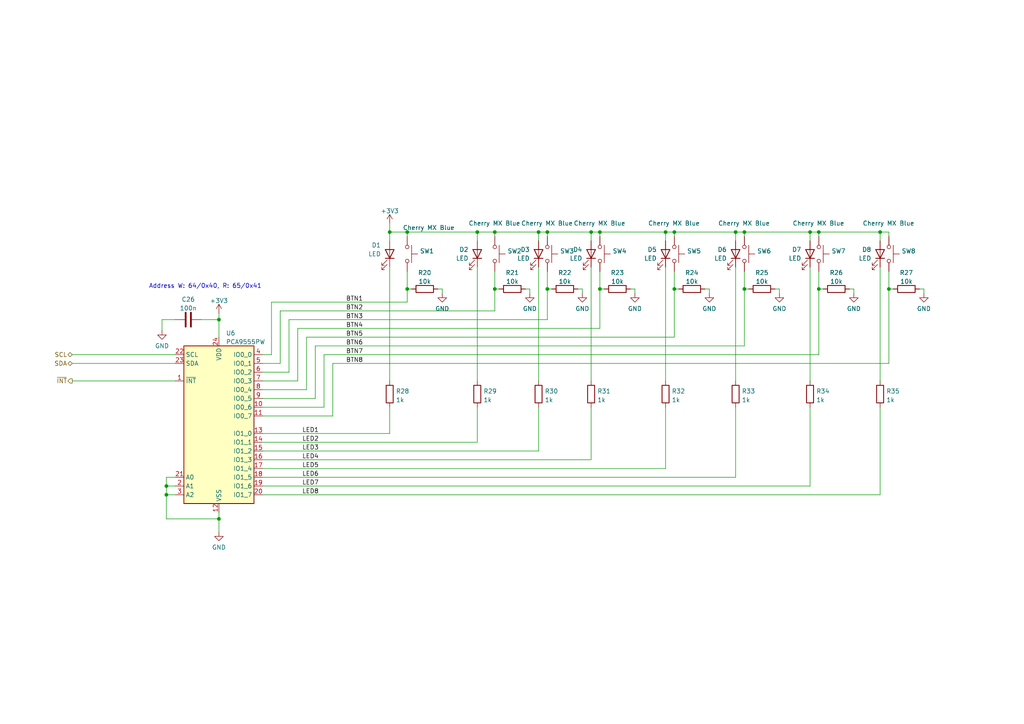
<source format=kicad_sch>
(kicad_sch (version 20211123) (generator eeschema)
  (paper "A4")
  (lib_symbols
    (symbol "Device:C" (pin_numbers hide) (pin_names (offset 0.254))
      (property "Reference" "C" (at 0.635 2.54 0))
      (property "Value" "C" (at 0.635 -2.54 0))
      (symbol "C_0_1"
        (polyline (pts (xy -2.032 -0.762) (xy 2.032 -0.762)) (stroke (width 0.508)))
        (polyline (pts (xy -2.032 0.762) (xy 2.032 0.762)) (stroke (width 0.508)))
      )
      (symbol "C_1_1"
        (pin passive line (at 0 3.81 270) (length 2.794) (name "~") (number "1"))
        (pin passive line (at 0 -3.81 90) (length 2.794) (name "~") (number "2"))
      )
    )
    (symbol "Device:LED" (pin_numbers hide) (pin_names (offset 1.016) hide)
      (property "Reference" "D" (at 0 2.54 0))
      (property "Value" "LED" (at 0 -2.54 0))
      (symbol "LED_0_1"
        (polyline (pts (xy -1.27 -1.27) (xy -1.27 1.27)) (stroke (width 0.254)))
        (polyline (pts (xy -1.27 0) (xy 1.27 0)))
        (polyline (pts (xy 1.27 -1.27) (xy 1.27 1.27) (xy -1.27 0) (xy 1.27 -1.27)) (stroke (width 0.254)))
        (polyline (pts (xy -3.048 -0.762) (xy -4.572 -2.286) (xy -3.81 -2.286) (xy -4.572 -2.286) (xy -4.572 -1.524)))
        (polyline (pts (xy -1.778 -0.762) (xy -3.302 -2.286) (xy -2.54 -2.286) (xy -3.302 -2.286) (xy -3.302 -1.524)))
      )
      (symbol "LED_1_1"
        (pin passive line (at -3.81 0 0) (length 2.54) (name "K") (number "1"))
        (pin passive line (at 3.81 0 180) (length 2.54) (name "A") (number "2"))
      )
    )
    (symbol "Device:R" (pin_numbers hide) (pin_names (offset 0))
      (property "Reference" "R" (at 2.032 0 90))
      (property "Value" "R" (at 0 0 90))
      (symbol "R_0_1"
        (rectangle (start -1.016 -2.54) (end 1.016 2.54) (stroke (width 0.254)))
      )
      (symbol "R_1_1"
        (pin passive line (at 0 3.81 270) (length 1.27) (name "~") (number "1"))
        (pin passive line (at 0 -3.81 90) (length 1.27) (name "~") (number "2"))
      )
    )
    (symbol "Interface_Expansion:PCA9555PW"
      (property "Reference" "U" (at -8.89 24.13 0))
      (property "Value" "PCA9555PW" (at 6.35 24.13 0))
      (symbol "PCA9555PW_0_1"
        (rectangle (start -10.16 22.86) (end 10.16 -22.86) (stroke (width 0.254)) (fill (type background)))
      )
      (symbol "PCA9555PW_1_1"
        (pin open_collector line (at -12.7 12.7 0) (length 2.54) (name "~{INT}") (number "1"))
        (pin bidirectional line (at 12.7 5.08 180) (length 2.54) (name "IO0_6") (number "10"))
        (pin bidirectional line (at 12.7 2.54 180) (length 2.54) (name "IO0_7") (number "11"))
        (pin power_in line (at 0 -25.4 90) (length 2.54) (name "VSS") (number "12"))
        (pin bidirectional line (at 12.7 -2.54 180) (length 2.54) (name "IO1_0") (number "13"))
        (pin bidirectional line (at 12.7 -5.08 180) (length 2.54) (name "IO1_1") (number "14"))
        (pin bidirectional line (at 12.7 -7.62 180) (length 2.54) (name "IO1_2") (number "15"))
        (pin bidirectional line (at 12.7 -10.16 180) (length 2.54) (name "IO1_3") (number "16"))
        (pin bidirectional line (at 12.7 -12.7 180) (length 2.54) (name "IO1_4") (number "17"))
        (pin bidirectional line (at 12.7 -15.24 180) (length 2.54) (name "IO1_5") (number "18"))
        (pin bidirectional line (at 12.7 -17.78 180) (length 2.54) (name "IO1_6") (number "19"))
        (pin input line (at -12.7 -17.78 0) (length 2.54) (name "A1") (number "2"))
        (pin bidirectional line (at 12.7 -20.32 180) (length 2.54) (name "IO1_7") (number "20"))
        (pin input line (at -12.7 -15.24 0) (length 2.54) (name "A0") (number "21"))
        (pin input line (at -12.7 20.32 0) (length 2.54) (name "SCL") (number "22"))
        (pin bidirectional line (at -12.7 17.78 0) (length 2.54) (name "SDA") (number "23"))
        (pin power_in line (at 0 25.4 270) (length 2.54) (name "VDD") (number "24"))
        (pin input line (at -12.7 -20.32 0) (length 2.54) (name "A2") (number "3"))
        (pin bidirectional line (at 12.7 20.32 180) (length 2.54) (name "IO0_0") (number "4"))
        (pin bidirectional line (at 12.7 17.78 180) (length 2.54) (name "IO0_1") (number "5"))
        (pin bidirectional line (at 12.7 15.24 180) (length 2.54) (name "IO0_2") (number "6"))
        (pin bidirectional line (at 12.7 12.7 180) (length 2.54) (name "IO0_3") (number "7"))
        (pin bidirectional line (at 12.7 10.16 180) (length 2.54) (name "IO0_4") (number "8"))
        (pin bidirectional line (at 12.7 7.62 180) (length 2.54) (name "IO0_5") (number "9"))
      )
    )
    (symbol "Switch:SW_Push" (pin_numbers hide) (pin_names (offset 1.016) hide)
      (property "Reference" "SW" (at 1.27 2.54 0))
      (property "Value" "SW_Push" (at 0 -1.524 0))
      (symbol "SW_Push_0_1"
        (circle (center -2.032 0) (radius 0.508))
        (polyline (pts (xy 0 1.27) (xy 0 3.048)))
        (polyline (pts (xy 2.54 1.27) (xy -2.54 1.27)))
        (circle (center 2.032 0) (radius 0.508))
        (pin passive line (at -5.08 0 0) (length 2.54) (name "1") (number "1"))
        (pin passive line (at 5.08 0 180) (length 2.54) (name "2") (number "2"))
      )
    )
    (symbol "power:+3V3" (power) (pin_names (offset 0))
      (property "Value" "+3V3" (at 0 3.556 0))
      (symbol "+3V3_0_1"
        (polyline (pts (xy -0.762 1.27) (xy 0 2.54)))
        (polyline (pts (xy 0 0) (xy 0 2.54)))
        (polyline (pts (xy 0 2.54) (xy 0.762 1.27)))
      )
      (symbol "+3V3_1_1"
        (pin power_in line (at 0 0 90) (length 0) hide (name "+3V3") (number "1"))
      )
    )
    (symbol "power:GND" (power) (pin_names (offset 0))
      (property "Value" "GND" (at 0 -3.81 0))
      (symbol "GND_0_1"
        (polyline (pts (xy 0 0) (xy 0 -1.27) (xy 1.27 -1.27) (xy 0 -2.54) (xy -1.27 -1.27) (xy 0 -1.27)))
      )
      (symbol "GND_1_1"
        (pin power_in line (at 0 0 270) (length 0) hide (name "GND") (number "1"))
      )
    )
  )
  (junction (at 255.27 67.31))
  (junction (at 156.21 67.31))
  (junction (at 195.58 83.82))
  (junction (at 193.04 67.31))
  (junction (at 48.26 143.51))
  (junction (at 143.51 83.82))
  (junction (at 143.51 67.31))
  (junction (at 118.11 83.82))
  (junction (at 237.49 67.31))
  (junction (at 257.81 83.82))
  (junction (at 158.75 67.31))
  (junction (at 63.5 92.71))
  (junction (at 171.45 67.31))
  (junction (at 118.11 67.31))
  (junction (at 215.9 67.31))
  (junction (at 173.99 83.82))
  (junction (at 195.58 67.31))
  (junction (at 234.95 67.31))
  (junction (at 213.36 67.31))
  (junction (at 158.75 83.82))
  (junction (at 173.99 67.31))
  (junction (at 215.9 83.82))
  (junction (at 113.03 67.31))
  (junction (at 63.5 150.495))
  (junction (at 237.49 83.82))
  (junction (at 48.26 140.97))
  (junction (at 138.43 67.31))
  (wire (pts (xy 215.9 100.33) (xy 215.9 83.82)))
  (wire (pts (xy 234.95 67.31) (xy 237.49 67.31)))
  (wire (pts (xy 86.36 95.25) (xy 173.99 95.25)))
  (wire (pts (xy 138.43 128.27) (xy 138.43 118.11)))
  (wire (pts (xy 171.45 67.31) (xy 173.99 67.31)))
  (wire (pts (xy 143.51 83.82) (xy 144.78 83.82)))
  (wire (pts (xy 226.06 83.82) (xy 226.06 85.09)))
  (wire (pts (xy 193.04 135.89) (xy 193.04 118.11)))
  (wire (pts (xy 118.11 87.63) (xy 118.11 83.82)))
  (wire (pts (xy 215.9 67.31) (xy 234.95 67.31)))
  (wire (pts (xy 76.2 138.43) (xy 213.36 138.43)))
  (wire (pts (xy 96.52 105.41) (xy 257.81 105.41)))
  (wire (pts (xy 20.955 102.87) (xy 50.8 102.87)))
  (wire (pts (xy 237.49 102.87) (xy 237.49 83.82)))
  (wire (pts (xy 50.8 138.43) (xy 48.26 138.43)))
  (wire (pts (xy 173.99 83.82) (xy 175.26 83.82)))
  (wire (pts (xy 173.99 68.58) (xy 173.99 67.31)))
  (wire (pts (xy 156.21 67.31) (xy 156.21 69.85)))
  (wire (pts (xy 158.75 78.74) (xy 158.75 83.82)))
  (wire (pts (xy 76.2 133.35) (xy 171.45 133.35)))
  (wire (pts (xy 182.88 83.82) (xy 184.15 83.82)))
  (wire (pts (xy 63.5 150.495) (xy 63.5 148.59)))
  (wire (pts (xy 257.81 68.58) (xy 257.81 67.31)))
  (wire (pts (xy 20.955 110.49) (xy 50.8 110.49)))
  (wire (pts (xy 237.49 83.82) (xy 238.76 83.82)))
  (wire (pts (xy 213.36 138.43) (xy 213.36 118.11)))
  (wire (pts (xy 193.04 67.31) (xy 193.04 69.85)))
  (wire (pts (xy 158.75 92.71) (xy 158.75 83.82)))
  (wire (pts (xy 138.43 77.47) (xy 138.43 110.49)))
  (wire (pts (xy 118.11 83.82) (xy 119.38 83.82)))
  (wire (pts (xy 193.04 77.47) (xy 193.04 110.49)))
  (wire (pts (xy 76.2 115.57) (xy 91.44 115.57)))
  (wire (pts (xy 83.82 92.71) (xy 158.75 92.71)))
  (wire (pts (xy 213.36 77.47) (xy 213.36 110.49)))
  (wire (pts (xy 153.67 83.82) (xy 153.67 85.09)))
  (wire (pts (xy 138.43 67.31) (xy 143.51 67.31)))
  (wire (pts (xy 48.26 143.51) (xy 50.8 143.51)))
  (wire (pts (xy 78.74 87.63) (xy 118.11 87.63)))
  (wire (pts (xy 63.5 150.495) (xy 63.5 154.305)))
  (wire (pts (xy 76.2 102.87) (xy 78.74 102.87)))
  (wire (pts (xy 96.52 120.65) (xy 76.2 120.65)))
  (wire (pts (xy 48.26 138.43) (xy 48.26 140.97)))
  (wire (pts (xy 76.2 113.03) (xy 88.9 113.03)))
  (wire (pts (xy 184.15 83.82) (xy 184.15 85.09)))
  (wire (pts (xy 113.03 67.31) (xy 118.11 67.31)))
  (wire (pts (xy 46.99 92.71) (xy 46.99 95.885)))
  (wire (pts (xy 76.2 118.11) (xy 93.98 118.11)))
  (wire (pts (xy 257.81 78.74) (xy 257.81 83.82)))
  (wire (pts (xy 247.65 83.82) (xy 247.65 85.09)))
  (wire (pts (xy 93.98 102.87) (xy 237.49 102.87)))
  (wire (pts (xy 58.42 92.71) (xy 63.5 92.71)))
  (wire (pts (xy 113.03 64.77) (xy 113.03 67.31)))
  (wire (pts (xy 76.2 125.73) (xy 113.03 125.73)))
  (wire (pts (xy 195.58 78.74) (xy 195.58 83.82)))
  (wire (pts (xy 76.2 130.81) (xy 156.21 130.81)))
  (wire (pts (xy 91.44 115.57) (xy 91.44 100.33)))
  (wire (pts (xy 88.9 97.79) (xy 195.58 97.79)))
  (wire (pts (xy 168.91 83.82) (xy 168.91 85.09)))
  (wire (pts (xy 234.95 118.11) (xy 234.95 140.97)))
  (wire (pts (xy 237.49 68.58) (xy 237.49 67.31)))
  (wire (pts (xy 195.58 67.31) (xy 213.36 67.31)))
  (wire (pts (xy 91.44 100.33) (xy 215.9 100.33)))
  (wire (pts (xy 204.47 83.82) (xy 205.74 83.82)))
  (wire (pts (xy 143.51 78.74) (xy 143.51 83.82)))
  (wire (pts (xy 76.2 128.27) (xy 138.43 128.27)))
  (wire (pts (xy 138.43 67.31) (xy 138.43 69.85)))
  (wire (pts (xy 76.2 135.89) (xy 193.04 135.89)))
  (wire (pts (xy 143.51 67.31) (xy 156.21 67.31)))
  (wire (pts (xy 195.58 97.79) (xy 195.58 83.82)))
  (wire (pts (xy 81.28 90.17) (xy 81.28 105.41)))
  (wire (pts (xy 257.81 83.82) (xy 259.08 83.82)))
  (wire (pts (xy 167.64 83.82) (xy 168.91 83.82)))
  (wire (pts (xy 81.28 105.41) (xy 76.2 105.41)))
  (wire (pts (xy 195.58 83.82) (xy 196.85 83.82)))
  (wire (pts (xy 255.27 143.51) (xy 255.27 118.11)))
  (wire (pts (xy 237.49 78.74) (xy 237.49 83.82)))
  (wire (pts (xy 113.03 67.31) (xy 113.03 69.85)))
  (wire (pts (xy 48.26 143.51) (xy 48.26 150.495)))
  (wire (pts (xy 50.8 92.71) (xy 46.99 92.71)))
  (wire (pts (xy 86.36 110.49) (xy 86.36 95.25)))
  (wire (pts (xy 237.49 67.31) (xy 255.27 67.31)))
  (wire (pts (xy 257.81 105.41) (xy 257.81 83.82)))
  (wire (pts (xy 171.45 77.47) (xy 171.45 110.49)))
  (wire (pts (xy 255.27 67.31) (xy 257.81 67.31)))
  (wire (pts (xy 213.36 67.31) (xy 215.9 67.31)))
  (wire (pts (xy 156.21 67.31) (xy 158.75 67.31)))
  (wire (pts (xy 63.5 97.79) (xy 63.5 92.71)))
  (wire (pts (xy 118.11 67.31) (xy 138.43 67.31)))
  (wire (pts (xy 173.99 78.74) (xy 173.99 83.82)))
  (wire (pts (xy 76.2 110.49) (xy 86.36 110.49)))
  (wire (pts (xy 48.26 140.97) (xy 50.8 140.97)))
  (wire (pts (xy 158.75 68.58) (xy 158.75 67.31)))
  (wire (pts (xy 173.99 67.31) (xy 193.04 67.31)))
  (wire (pts (xy 193.04 67.31) (xy 195.58 67.31)))
  (wire (pts (xy 76.2 140.97) (xy 234.95 140.97)))
  (wire (pts (xy 156.21 77.47) (xy 156.21 110.49)))
  (wire (pts (xy 113.03 118.11) (xy 113.03 125.73)))
  (wire (pts (xy 81.28 90.17) (xy 143.51 90.17)))
  (wire (pts (xy 246.38 83.82) (xy 247.65 83.82)))
  (wire (pts (xy 78.74 102.87) (xy 78.74 87.63)))
  (wire (pts (xy 255.27 67.31) (xy 255.27 69.85)))
  (wire (pts (xy 118.11 67.31) (xy 118.11 68.58)))
  (wire (pts (xy 156.21 118.11) (xy 156.21 130.81)))
  (wire (pts (xy 173.99 95.25) (xy 173.99 83.82)))
  (wire (pts (xy 20.955 105.41) (xy 50.8 105.41)))
  (wire (pts (xy 63.5 92.71) (xy 63.5 90.805)))
  (wire (pts (xy 143.51 90.17) (xy 143.51 83.82)))
  (wire (pts (xy 224.79 83.82) (xy 226.06 83.82)))
  (wire (pts (xy 255.27 77.47) (xy 255.27 110.49)))
  (wire (pts (xy 127 83.82) (xy 128.27 83.82)))
  (wire (pts (xy 195.58 68.58) (xy 195.58 67.31)))
  (wire (pts (xy 234.95 77.47) (xy 234.95 110.49)))
  (wire (pts (xy 113.03 77.47) (xy 113.03 110.49)))
  (wire (pts (xy 48.26 140.97) (xy 48.26 143.51)))
  (wire (pts (xy 128.27 83.82) (xy 128.27 85.09)))
  (wire (pts (xy 215.9 68.58) (xy 215.9 67.31)))
  (wire (pts (xy 118.11 78.74) (xy 118.11 83.82)))
  (wire (pts (xy 48.26 150.495) (xy 63.5 150.495)))
  (wire (pts (xy 267.97 83.82) (xy 267.97 85.09)))
  (wire (pts (xy 96.52 105.41) (xy 96.52 120.65)))
  (wire (pts (xy 266.7 83.82) (xy 267.97 83.82)))
  (wire (pts (xy 234.95 67.31) (xy 234.95 69.85)))
  (wire (pts (xy 215.9 78.74) (xy 215.9 83.82)))
  (wire (pts (xy 93.98 118.11) (xy 93.98 102.87)))
  (wire (pts (xy 76.2 143.51) (xy 255.27 143.51)))
  (wire (pts (xy 158.75 67.31) (xy 171.45 67.31)))
  (wire (pts (xy 76.2 107.95) (xy 83.82 107.95)))
  (wire (pts (xy 83.82 107.95) (xy 83.82 92.71)))
  (wire (pts (xy 171.45 133.35) (xy 171.45 118.11)))
  (wire (pts (xy 158.75 83.82) (xy 160.02 83.82)))
  (wire (pts (xy 152.4 83.82) (xy 153.67 83.82)))
  (wire (pts (xy 143.51 67.31) (xy 143.51 68.58)))
  (wire (pts (xy 88.9 97.79) (xy 88.9 113.03)))
  (wire (pts (xy 171.45 67.31) (xy 171.45 69.85)))
  (wire (pts (xy 205.74 83.82) (xy 205.74 85.09)))
  (wire (pts (xy 213.36 67.31) (xy 213.36 69.85)))
  (wire (pts (xy 215.9 83.82) (xy 217.17 83.82)))
  (text "Address W: 64/0x40, R: 65/0x41" (at 43.18 83.82 0) (effects (font (size 1.27 1.27)) (justify left bottom)))
  (label "BTN1" (at 100.33 87.63 0))
  (label "LED1" (at 87.63 125.73 0))
  (label "BTN2" (at 100.33 90.17 0))
  (label "LED8" (at 87.63 143.51 0))
  (label "LED2" (at 87.63 128.27 0))
  (label "BTN7" (at 100.33 102.87 0))
  (label "BTN8" (at 100.33 105.41 0))
  (label "LED3" (at 87.63 130.81 0))
  (label "LED5" (at 87.63 135.89 0))
  (label "LED7" (at 87.63 140.97 0))
  (label "BTN3" (at 100.33 92.71 0))
  (label "BTN4" (at 100.33 95.25 0))
  (label "LED6" (at 87.63 138.43 0))
  (label "LED4" (at 87.63 133.35 0))
  (label "BTN6" (at 100.33 100.33 0))
  (label "BTN5" (at 100.33 97.79 0))
  (hierarchical_label "SDA" (shape bidirectional) (at 20.955 105.41 180))
  (hierarchical_label "SCL" (shape bidirectional) (at 20.955 102.87 180))
  (hierarchical_label "~{INT}" (shape output) (at 20.955 110.49 180))
  (symbol (lib_id "Switch:SW_Push") (at 158.75 73.66 270) (unit 1)
    (property "Reference" "SW3" (at 162.433 72.8253 90) (effects (justify left)))
    (property "Value" "Cherry MX Blue" (at 151.13 64.77 90) (effects (justify left)))
    (property "Footprint" "Button_Switch_Keyboard:SW_Cherry_MX_1.00u_PCB" (effects hide))
  )
  (symbol (lib_id "power:GND") (at 267.97 85.09 0) (unit 1)
    (property "Reference" "#PWR065" (effects hide))
    (property "Value" "GND" (at 267.97 89.5334 0))
  )
  (symbol (lib_id "Device:R") (at 163.83 83.82 270) (unit 1)
    (property "Reference" "R22" (at 163.83 79.1042 90))
    (property "Value" "10k" (at 163.83 81.6411 90))
    (property "Footprint" "Resistor_SMD:R_0603_1608Metric" (effects hide))
  )
  (symbol (lib_id "power:GND") (at 63.5 154.305 0) (unit 1)
    (property "Reference" "#PWR068" (effects hide))
    (property "Value" "GND" (at 63.5 158.7484 0))
  )
  (symbol (lib_id "power:GND") (at 168.91 85.09 0) (unit 1)
    (property "Reference" "#PWR060" (effects hide))
    (property "Value" "GND" (at 168.91 89.5334 0))
  )
  (symbol (lib_id "Device:R") (at 234.95 114.3 0) (unit 1)
    (property "Reference" "R34" (at 236.728 113.4653 0) (effects (justify left)))
    (property "Value" "1k" (at 236.728 116.0022 0) (effects (justify left)))
    (property "Footprint" "Resistor_SMD:R_0603_1608Metric" (effects hide))
  )
  (symbol (lib_id "Device:R") (at 113.03 114.3 0) (unit 1)
    (property "Reference" "R28" (at 114.808 113.4653 0) (effects (justify left)))
    (property "Value" "1k" (at 114.808 116.0022 0) (effects (justify left)))
    (property "Footprint" "Resistor_SMD:R_0603_1608Metric" (effects hide))
  )
  (symbol (lib_id "Device:LED") (at 171.45 73.66 270) (mirror x) (unit 1)
    (property "Reference" "D4" (at 168.91 72.39 90) (effects (justify right)))
    (property "Value" "LED" (at 168.91 74.93 90) (effects (justify right)))
    (property "Footprint" "LED_SMD:LED_0603_1608Metric" (effects hide))
  )
  (symbol (lib_id "power:GND") (at 128.27 85.09 0) (unit 1)
    (property "Reference" "#PWR058" (effects hide))
    (property "Value" "GND" (at 128.27 89.5334 0))
  )
  (symbol (lib_id "Device:R") (at 179.07 83.82 270) (unit 1)
    (property "Reference" "R23" (at 179.07 79.1042 90))
    (property "Value" "10k" (at 179.07 81.6411 90))
    (property "Footprint" "Resistor_SMD:R_0603_1608Metric" (effects hide))
  )
  (symbol (lib_id "Device:LED") (at 255.27 73.66 270) (mirror x) (unit 1)
    (property "Reference" "D8" (at 252.73 72.39 90) (effects (justify right)))
    (property "Value" "LED" (at 252.73 74.93 90) (effects (justify right)))
    (property "Footprint" "LED_SMD:LED_0603_1608Metric" (effects hide))
  )
  (symbol (lib_id "Device:R") (at 262.89 83.82 270) (unit 1)
    (property "Reference" "R27" (at 262.89 79.1042 90))
    (property "Value" "10k" (at 262.89 81.6411 90))
    (property "Footprint" "Resistor_SMD:R_0603_1608Metric" (effects hide))
  )
  (symbol (lib_id "power:GND") (at 184.15 85.09 0) (unit 1)
    (property "Reference" "#PWR061" (effects hide))
    (property "Value" "GND" (at 184.15 89.5334 0))
  )
  (symbol (lib_id "Switch:SW_Push") (at 237.49 73.66 270) (unit 1)
    (property "Reference" "SW7" (at 241.173 72.8253 90) (effects (justify left)))
    (property "Value" "Cherry MX Blue" (at 229.87 64.77 90) (effects (justify left)))
    (property "Footprint" "Button_Switch_Keyboard:SW_Cherry_MX_1.00u_PCB" (effects hide))
  )
  (symbol (lib_id "Switch:SW_Push") (at 173.99 73.66 270) (unit 1)
    (property "Reference" "SW4" (at 177.673 72.8253 90) (effects (justify left)))
    (property "Value" "Cherry MX Blue" (at 166.37 64.77 90) (effects (justify left)))
    (property "Footprint" "Button_Switch_Keyboard:SW_Cherry_MX_1.00u_PCB" (effects hide))
  )
  (symbol (lib_id "power:GND") (at 247.65 85.09 0) (unit 1)
    (property "Reference" "#PWR064" (effects hide))
    (property "Value" "GND" (at 247.65 89.5334 0))
  )
  (symbol (lib_id "power:GND") (at 153.67 85.09 0) (unit 1)
    (property "Reference" "#PWR059" (effects hide))
    (property "Value" "GND" (at 153.67 89.5334 0))
  )
  (symbol (lib_id "Device:R") (at 255.27 114.3 0) (unit 1)
    (property "Reference" "R35" (at 257.048 113.4653 0) (effects (justify left)))
    (property "Value" "1k" (at 257.048 116.0022 0) (effects (justify left)))
    (property "Footprint" "Resistor_SMD:R_0603_1608Metric" (effects hide))
  )
  (symbol (lib_id "Device:LED") (at 193.04 73.66 270) (mirror x) (unit 1)
    (property "Reference" "D5" (at 190.5 72.39 90) (effects (justify right)))
    (property "Value" "LED" (at 190.5 74.93 90) (effects (justify right)))
    (property "Footprint" "LED_SMD:LED_0603_1608Metric" (effects hide))
  )
  (symbol (lib_id "power:+3V3") (at 63.5 90.805 0) (unit 1)
    (property "Reference" "#PWR066" (effects hide))
    (property "Value" "+3V3" (at 63.5 87.2292 0))
  )
  (symbol (lib_id "Device:LED") (at 138.43 73.66 270) (mirror x) (unit 1)
    (property "Reference" "D2" (at 135.89 72.39 90) (effects (justify right)))
    (property "Value" "LED" (at 135.89 74.93 90) (effects (justify right)))
    (property "Footprint" "LED_SMD:LED_0603_1608Metric" (effects hide))
  )
  (symbol (lib_id "Switch:SW_Push") (at 143.51 73.66 270) (unit 1)
    (property "Reference" "SW2" (at 147.193 72.8253 90) (effects (justify left)))
    (property "Value" "Cherry MX Blue" (at 135.89 64.77 90) (effects (justify left)))
    (property "Footprint" "Button_Switch_Keyboard:SW_Cherry_MX_1.00u_PCB" (effects hide))
  )
  (symbol (lib_id "power:GND") (at 226.06 85.09 0) (unit 1)
    (property "Reference" "#PWR063" (effects hide))
    (property "Value" "GND" (at 226.06 89.5334 0))
  )
  (symbol (lib_id "Device:LED") (at 234.95 73.66 270) (mirror x) (unit 1)
    (property "Reference" "D7" (at 232.41 72.39 90) (effects (justify right)))
    (property "Value" "LED" (at 232.41 74.93 90) (effects (justify right)))
    (property "Footprint" "LED_SMD:LED_0603_1608Metric" (effects hide))
  )
  (symbol (lib_id "Device:R") (at 213.36 114.3 0) (unit 1)
    (property "Reference" "R33" (at 215.138 113.4653 0) (effects (justify left)))
    (property "Value" "1k" (at 215.138 116.0022 0) (effects (justify left)))
    (property "Footprint" "Resistor_SMD:R_0603_1608Metric" (effects hide))
  )
  (symbol (lib_id "Device:R") (at 148.59 83.82 270) (unit 1)
    (property "Reference" "R21" (at 148.59 79.1042 90))
    (property "Value" "10k" (at 148.59 81.6411 90))
    (property "Footprint" "Resistor_SMD:R_0603_1608Metric" (effects hide))
  )
  (symbol (lib_id "Device:R") (at 200.66 83.82 270) (unit 1)
    (property "Reference" "R24" (at 200.66 79.1042 90))
    (property "Value" "10k" (at 200.66 81.6411 90))
    (property "Footprint" "Resistor_SMD:R_0603_1608Metric" (effects hide))
  )
  (symbol (lib_id "Device:R") (at 220.98 83.82 270) (unit 1)
    (property "Reference" "R25" (at 220.98 79.1042 90))
    (property "Value" "10k" (at 220.98 81.6411 90))
    (property "Footprint" "Resistor_SMD:R_0603_1608Metric" (effects hide))
  )
  (symbol (lib_id "Switch:SW_Push") (at 195.58 73.66 270) (unit 1)
    (property "Reference" "SW5" (at 199.263 72.8253 90) (effects (justify left)))
    (property "Value" "Cherry MX Blue" (at 187.96 64.77 90) (effects (justify left)))
    (property "Footprint" "Button_Switch_Keyboard:SW_Cherry_MX_1.00u_PCB" (effects hide))
  )
  (symbol (lib_id "Device:LED") (at 113.03 73.66 270) (mirror x) (unit 1)
    (property "Reference" "D1" (at 110.49 71.12 90) (effects (justify right)))
    (property "Value" "LED" (at 110.49 73.66 90) (effects (justify right)))
    (property "Footprint" "LED_SMD:LED_0603_1608Metric" (effects hide))
  )
  (symbol (lib_id "Switch:SW_Push") (at 257.81 73.66 270) (unit 1)
    (property "Reference" "SW8" (at 261.493 72.8253 90) (effects (justify left)))
    (property "Value" "Cherry MX Blue" (at 250.19 64.77 90) (effects (justify left)))
    (property "Footprint" "Button_Switch_Keyboard:SW_Cherry_MX_1.00u_PCB" (effects hide))
  )
  (symbol (lib_id "power:GND") (at 46.99 95.885 0) (unit 1)
    (property "Reference" "#PWR067" (effects hide))
    (property "Value" "GND" (at 46.99 100.3284 0))
  )
  (symbol (lib_id "Device:LED") (at 156.21 73.66 270) (mirror x) (unit 1)
    (property "Reference" "D3" (at 153.67 72.39 90) (effects (justify right)))
    (property "Value" "LED" (at 153.67 74.93 90) (effects (justify right)))
    (property "Footprint" "LED_SMD:LED_0603_1608Metric" (effects hide))
  )
  (symbol (lib_id "Device:LED") (at 213.36 73.66 270) (mirror x) (unit 1)
    (property "Reference" "D6" (at 210.82 72.39 90) (effects (justify right)))
    (property "Value" "LED" (at 210.82 74.93 90) (effects (justify right)))
    (property "Footprint" "LED_SMD:LED_0603_1608Metric" (effects hide))
  )
  (symbol (lib_id "Device:R") (at 242.57 83.82 270) (unit 1)
    (property "Reference" "R26" (at 242.57 79.1042 90))
    (property "Value" "10k" (at 242.57 81.6411 90))
    (property "Footprint" "Resistor_SMD:R_0603_1608Metric" (effects hide))
  )
  (symbol (lib_id "Device:R") (at 193.04 114.3 0) (unit 1)
    (property "Reference" "R32" (at 194.818 113.4653 0) (effects (justify left)))
    (property "Value" "1k" (at 194.818 116.0022 0) (effects (justify left)))
    (property "Footprint" "Resistor_SMD:R_0603_1608Metric" (effects hide))
  )
  (symbol (lib_id "Switch:SW_Push") (at 118.11 73.66 270) (unit 1)
    (property "Reference" "SW1" (at 121.793 72.8253 90) (effects (justify left)))
    (property "Value" "Cherry MX Blue" (at 116.84 66.04 90) (effects (justify left)))
    (property "Footprint" "Button_Switch_Keyboard:SW_Cherry_MX_1.00u_PCB" (effects hide))
  )
  (symbol (lib_id "Interface_Expansion:PCA9555PW") (at 63.5 123.19 0) (unit 1)
    (property "Reference" "U6" (at 65.5194 96.6302 0) (effects (justify left)))
    (property "Value" "PCA9555PW" (at 65.5194 99.1671 0) (effects (justify left)))
    (property "Footprint" "Package_SO:TSSOP-24_4.4x7.8mm_P0.65mm" (effects hide))
    (property "Datasheet" "https://www.nxp.com/docs/en/data-sheet/PCA9555.pdf" (effects hide))
  )
  (symbol (lib_id "Device:R") (at 138.43 114.3 0) (unit 1)
    (property "Reference" "R29" (at 140.208 113.4653 0) (effects (justify left)))
    (property "Value" "1k" (at 140.208 116.0022 0) (effects (justify left)))
    (property "Footprint" "Resistor_SMD:R_0603_1608Metric" (effects hide))
  )
  (symbol (lib_id "Device:R") (at 156.21 114.3 0) (unit 1)
    (property "Reference" "R30" (at 157.988 113.4653 0) (effects (justify left)))
    (property "Value" "1k" (at 157.988 116.0022 0) (effects (justify left)))
    (property "Footprint" "Resistor_SMD:R_0603_1608Metric" (effects hide))
  )
  (symbol (lib_id "power:GND") (at 205.74 85.09 0) (unit 1)
    (property "Reference" "#PWR062" (effects hide))
    (property "Value" "GND" (at 205.74 89.5334 0))
  )
  (symbol (lib_id "Switch:SW_Push") (at 215.9 73.66 270) (unit 1)
    (property "Reference" "SW6" (at 219.583 72.8253 90) (effects (justify left)))
    (property "Value" "Cherry MX Blue" (at 208.28 64.77 90) (effects (justify left)))
    (property "Footprint" "Button_Switch_Keyboard:SW_Cherry_MX_1.00u_PCB" (effects hide))
  )
  (symbol (lib_id "power:+3V3") (at 113.03 64.77 0) (unit 1)
    (property "Reference" "#PWR057" (effects hide))
    (property "Value" "+3V3" (at 113.03 61.1942 0))
  )
  (symbol (lib_id "Device:R") (at 123.19 83.82 270) (unit 1)
    (property "Reference" "R20" (at 123.19 79.1042 90))
    (property "Value" "10k" (at 123.19 81.6411 90))
    (property "Footprint" "Resistor_SMD:R_0603_1608Metric" (effects hide))
  )
  (symbol (lib_id "Device:C") (at 54.61 92.71 90) (unit 1)
    (property "Reference" "C26" (at 54.61 86.8512 90))
    (property "Value" "100n" (at 54.61 89.3881 90))
    (property "Footprint" "Capacitor_SMD:C_0603_1608Metric" (effects hide))
  )
  (symbol (lib_id "Device:R") (at 171.45 114.3 0) (unit 1)
    (property "Reference" "R31" (at 173.228 113.4653 0) (effects (justify left)))
    (property "Value" "1k" (at 173.228 116.0022 0) (effects (justify left)))
    (property "Footprint" "Resistor_SMD:R_0603_1608Metric" (effects hide))
  )
)
</source>
